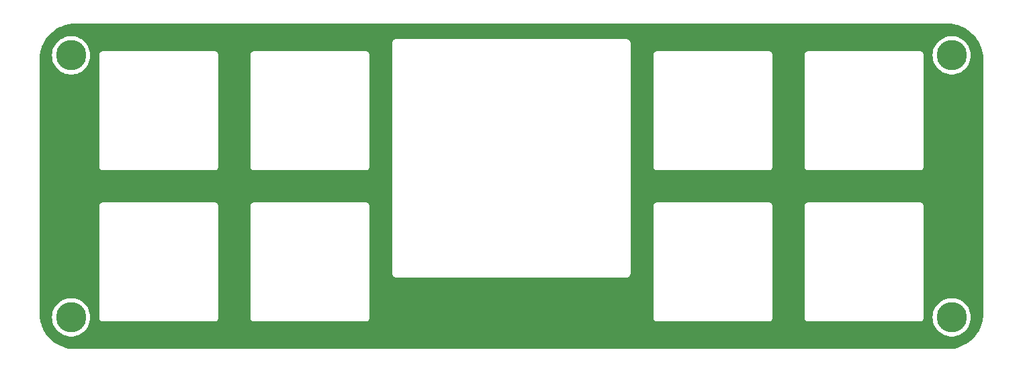
<source format=gbr>
%TF.GenerationSoftware,KiCad,Pcbnew,(6.0.4)*%
%TF.CreationDate,2022-04-30T20:49:41+02:00*%
%TF.ProjectId,switchplate,73776974-6368-4706-9c61-74652e6b6963,rev?*%
%TF.SameCoordinates,Original*%
%TF.FileFunction,Copper,L1,Top*%
%TF.FilePolarity,Positive*%
%FSLAX46Y46*%
G04 Gerber Fmt 4.6, Leading zero omitted, Abs format (unit mm)*
G04 Created by KiCad (PCBNEW (6.0.4)) date 2022-04-30 20:49:41*
%MOMM*%
%LPD*%
G01*
G04 APERTURE LIST*
%TA.AperFunction,ConnectorPad*%
%ADD10C,3.800000*%
%TD*%
%TA.AperFunction,ComponentPad*%
%ADD11C,2.600000*%
%TD*%
G04 APERTURE END LIST*
D10*
%TO.P,REF\u002A\u002A,1*%
%TO.N,N/C*%
X206010000Y-81300000D03*
D11*
X206010000Y-81300000D03*
%TD*%
D10*
%TO.P,REF\u002A\u002A,1*%
%TO.N,N/C*%
X206010000Y-114300000D03*
D11*
X206010000Y-114300000D03*
%TD*%
%TO.P,REF\u002A\u002A,1*%
%TO.N,N/C*%
X95010000Y-81310000D03*
D10*
X95010000Y-81310000D03*
%TD*%
D11*
%TO.P,REF\u002A\u002A,1*%
%TO.N,N/C*%
X95010000Y-114300000D03*
D10*
X95010000Y-114300000D03*
%TD*%
%TA.AperFunction,NonConductor*%
G36*
X205480018Y-77315000D02*
G01*
X205494851Y-77317310D01*
X205494855Y-77317310D01*
X205503724Y-77318691D01*
X205524183Y-77316016D01*
X205546007Y-77315072D01*
X205895965Y-77330352D01*
X205906913Y-77331310D01*
X206284498Y-77381019D01*
X206295307Y-77382926D01*
X206667114Y-77465353D01*
X206677731Y-77468198D01*
X207040939Y-77582718D01*
X207051254Y-77586471D01*
X207403123Y-77732220D01*
X207413067Y-77736858D01*
X207750867Y-77912705D01*
X207760387Y-77918201D01*
X208081574Y-78122820D01*
X208090578Y-78129124D01*
X208392716Y-78360962D01*
X208401137Y-78368028D01*
X208681914Y-78625314D01*
X208689686Y-78633086D01*
X208946972Y-78913863D01*
X208954038Y-78922284D01*
X209185876Y-79224422D01*
X209192180Y-79233426D01*
X209281593Y-79373776D01*
X209377737Y-79524691D01*
X209396799Y-79554613D01*
X209402294Y-79564132D01*
X209574463Y-79894864D01*
X209578138Y-79901924D01*
X209582780Y-79911877D01*
X209681823Y-80150988D01*
X209728526Y-80263739D01*
X209732285Y-80274068D01*
X209846802Y-80637268D01*
X209849647Y-80647885D01*
X209930259Y-81011501D01*
X209932073Y-81019685D01*
X209933981Y-81030502D01*
X209970256Y-81306042D01*
X209983690Y-81408086D01*
X209984648Y-81419035D01*
X209993264Y-81616360D01*
X209999603Y-81761552D01*
X209998223Y-81786429D01*
X209996309Y-81798724D01*
X209997473Y-81807626D01*
X209997473Y-81807628D01*
X210000436Y-81830283D01*
X210001500Y-81846621D01*
X210001500Y-113755633D01*
X210000000Y-113775018D01*
X209997690Y-113789851D01*
X209997690Y-113789855D01*
X209996309Y-113798724D01*
X209998984Y-113819183D01*
X209999928Y-113841007D01*
X209984648Y-114190964D01*
X209983690Y-114201913D01*
X209934243Y-114577511D01*
X209933982Y-114579490D01*
X209932074Y-114590307D01*
X209877051Y-114838502D01*
X209849647Y-114962114D01*
X209846802Y-114972732D01*
X209732285Y-115335932D01*
X209728529Y-115346254D01*
X209625439Y-115595136D01*
X209582784Y-115698114D01*
X209578142Y-115708067D01*
X209452752Y-115948940D01*
X209402295Y-116045867D01*
X209396799Y-116055387D01*
X209192180Y-116376574D01*
X209185876Y-116385578D01*
X208954038Y-116687716D01*
X208946972Y-116696137D01*
X208689686Y-116976914D01*
X208681914Y-116984686D01*
X208401137Y-117241972D01*
X208392716Y-117249038D01*
X208090578Y-117480876D01*
X208081574Y-117487180D01*
X207760387Y-117691799D01*
X207750868Y-117697294D01*
X207413067Y-117873142D01*
X207403123Y-117877780D01*
X207051254Y-118023529D01*
X207040939Y-118027282D01*
X206677732Y-118141802D01*
X206667115Y-118144647D01*
X206295307Y-118227074D01*
X206284498Y-118228981D01*
X205906914Y-118278690D01*
X205895965Y-118279648D01*
X205553446Y-118294603D01*
X205528571Y-118293223D01*
X205516276Y-118291309D01*
X205507374Y-118292473D01*
X205507372Y-118292473D01*
X205492323Y-118294441D01*
X205484714Y-118295436D01*
X205468379Y-118296500D01*
X95559367Y-118296500D01*
X95539982Y-118295000D01*
X95525149Y-118292690D01*
X95525145Y-118292690D01*
X95516276Y-118291309D01*
X95495817Y-118293984D01*
X95473993Y-118294928D01*
X95124035Y-118279648D01*
X95113086Y-118278690D01*
X94735502Y-118228981D01*
X94724693Y-118227074D01*
X94352885Y-118144647D01*
X94342268Y-118141802D01*
X93979061Y-118027282D01*
X93968746Y-118023529D01*
X93616877Y-117877780D01*
X93606933Y-117873142D01*
X93269132Y-117697294D01*
X93259613Y-117691799D01*
X92938426Y-117487180D01*
X92929422Y-117480876D01*
X92627284Y-117249038D01*
X92618863Y-117241972D01*
X92338086Y-116984686D01*
X92330314Y-116976914D01*
X92073028Y-116696137D01*
X92065962Y-116687716D01*
X91834124Y-116385578D01*
X91827820Y-116376574D01*
X91623201Y-116055387D01*
X91617705Y-116045867D01*
X91567248Y-115948940D01*
X91441858Y-115708067D01*
X91437216Y-115698114D01*
X91394562Y-115595136D01*
X91291471Y-115346254D01*
X91287715Y-115335932D01*
X91173198Y-114972732D01*
X91170353Y-114962114D01*
X91142949Y-114838502D01*
X91087926Y-114590307D01*
X91086018Y-114579490D01*
X91085758Y-114577511D01*
X91049223Y-114300000D01*
X92596738Y-114300000D01*
X92615767Y-114602462D01*
X92672555Y-114900154D01*
X92766206Y-115188381D01*
X92895242Y-115462598D01*
X93057630Y-115718480D01*
X93250808Y-115951992D01*
X93471729Y-116159450D01*
X93716910Y-116337584D01*
X93982483Y-116483585D01*
X93986152Y-116485038D01*
X93986157Y-116485040D01*
X94260591Y-116593696D01*
X94264261Y-116595149D01*
X94557800Y-116670516D01*
X94858470Y-116708500D01*
X95161530Y-116708500D01*
X95462200Y-116670516D01*
X95755739Y-116595149D01*
X95759409Y-116593696D01*
X96033843Y-116485040D01*
X96033848Y-116485038D01*
X96037517Y-116483585D01*
X96303090Y-116337584D01*
X96548271Y-116159450D01*
X96769192Y-115951992D01*
X96962370Y-115718480D01*
X97124758Y-115462598D01*
X97253794Y-115188381D01*
X97347445Y-114900154D01*
X97404233Y-114602462D01*
X97416988Y-114399721D01*
X98551024Y-114399721D01*
X98553491Y-114408352D01*
X98559150Y-114428153D01*
X98562728Y-114444915D01*
X98566920Y-114474187D01*
X98570634Y-114482355D01*
X98570634Y-114482356D01*
X98577548Y-114497562D01*
X98583996Y-114515086D01*
X98591051Y-114539771D01*
X98595843Y-114547365D01*
X98595844Y-114547368D01*
X98606830Y-114564780D01*
X98614969Y-114579863D01*
X98627208Y-114606782D01*
X98633069Y-114613584D01*
X98643970Y-114626235D01*
X98655073Y-114641239D01*
X98668776Y-114662958D01*
X98675501Y-114668897D01*
X98675504Y-114668901D01*
X98690938Y-114682532D01*
X98702982Y-114694724D01*
X98716427Y-114710327D01*
X98716430Y-114710329D01*
X98722287Y-114717127D01*
X98729816Y-114722007D01*
X98729817Y-114722008D01*
X98743835Y-114731094D01*
X98758709Y-114742385D01*
X98771217Y-114753431D01*
X98777951Y-114759378D01*
X98804711Y-114771942D01*
X98819691Y-114780263D01*
X98836983Y-114791471D01*
X98836988Y-114791473D01*
X98844515Y-114796352D01*
X98853108Y-114798922D01*
X98853113Y-114798924D01*
X98869120Y-114803711D01*
X98886564Y-114810372D01*
X98901676Y-114817467D01*
X98901678Y-114817468D01*
X98909800Y-114821281D01*
X98918667Y-114822662D01*
X98918668Y-114822662D01*
X98921353Y-114823080D01*
X98939017Y-114825830D01*
X98955732Y-114829613D01*
X98975466Y-114835515D01*
X98975472Y-114835516D01*
X98984066Y-114838086D01*
X98993037Y-114838141D01*
X98993038Y-114838141D01*
X99003097Y-114838202D01*
X99018506Y-114838296D01*
X99019289Y-114838329D01*
X99020386Y-114838500D01*
X99051377Y-114838500D01*
X99052147Y-114838502D01*
X99125785Y-114838952D01*
X99125786Y-114838952D01*
X99129721Y-114838976D01*
X99131065Y-114838592D01*
X99132410Y-114838500D01*
X113051377Y-114838500D01*
X113052148Y-114838502D01*
X113129721Y-114838976D01*
X113158152Y-114830850D01*
X113174915Y-114827272D01*
X113175753Y-114827152D01*
X113204187Y-114823080D01*
X113227564Y-114812451D01*
X113245087Y-114806004D01*
X113269771Y-114798949D01*
X113277365Y-114794157D01*
X113277368Y-114794156D01*
X113294780Y-114783170D01*
X113309865Y-114775030D01*
X113336782Y-114762792D01*
X113356235Y-114746030D01*
X113371239Y-114734927D01*
X113392958Y-114721224D01*
X113398897Y-114714499D01*
X113398901Y-114714496D01*
X113412532Y-114699062D01*
X113424724Y-114687018D01*
X113440327Y-114673573D01*
X113440329Y-114673570D01*
X113447127Y-114667713D01*
X113461094Y-114646165D01*
X113472385Y-114631291D01*
X113483431Y-114618783D01*
X113483432Y-114618782D01*
X113489378Y-114612049D01*
X113501943Y-114585287D01*
X113510263Y-114570309D01*
X113521471Y-114553017D01*
X113521473Y-114553012D01*
X113526352Y-114545485D01*
X113528922Y-114536892D01*
X113528924Y-114536887D01*
X113533711Y-114520880D01*
X113540372Y-114503436D01*
X113547467Y-114488324D01*
X113547468Y-114488322D01*
X113551281Y-114480200D01*
X113555830Y-114450983D01*
X113559613Y-114434268D01*
X113565515Y-114414534D01*
X113565516Y-114414528D01*
X113568086Y-114405934D01*
X113568124Y-114399721D01*
X117601024Y-114399721D01*
X117603491Y-114408352D01*
X117609150Y-114428153D01*
X117612728Y-114444915D01*
X117616920Y-114474187D01*
X117620634Y-114482355D01*
X117620634Y-114482356D01*
X117627548Y-114497562D01*
X117633996Y-114515086D01*
X117641051Y-114539771D01*
X117645843Y-114547365D01*
X117645844Y-114547368D01*
X117656830Y-114564780D01*
X117664969Y-114579863D01*
X117677208Y-114606782D01*
X117683069Y-114613584D01*
X117693970Y-114626235D01*
X117705073Y-114641239D01*
X117718776Y-114662958D01*
X117725501Y-114668897D01*
X117725504Y-114668901D01*
X117740938Y-114682532D01*
X117752982Y-114694724D01*
X117766427Y-114710327D01*
X117766430Y-114710329D01*
X117772287Y-114717127D01*
X117779816Y-114722007D01*
X117779817Y-114722008D01*
X117793835Y-114731094D01*
X117808709Y-114742385D01*
X117821217Y-114753431D01*
X117827951Y-114759378D01*
X117854711Y-114771942D01*
X117869691Y-114780263D01*
X117886983Y-114791471D01*
X117886988Y-114791473D01*
X117894515Y-114796352D01*
X117903108Y-114798922D01*
X117903113Y-114798924D01*
X117919120Y-114803711D01*
X117936564Y-114810372D01*
X117951676Y-114817467D01*
X117951678Y-114817468D01*
X117959800Y-114821281D01*
X117968667Y-114822662D01*
X117968668Y-114822662D01*
X117971353Y-114823080D01*
X117989017Y-114825830D01*
X118005732Y-114829613D01*
X118025466Y-114835515D01*
X118025472Y-114835516D01*
X118034066Y-114838086D01*
X118043037Y-114838141D01*
X118043038Y-114838141D01*
X118053097Y-114838202D01*
X118068506Y-114838296D01*
X118069289Y-114838329D01*
X118070386Y-114838500D01*
X118101377Y-114838500D01*
X118102147Y-114838502D01*
X118175785Y-114838952D01*
X118175786Y-114838952D01*
X118179721Y-114838976D01*
X118181065Y-114838592D01*
X118182410Y-114838500D01*
X132101377Y-114838500D01*
X132102148Y-114838502D01*
X132179721Y-114838976D01*
X132208152Y-114830850D01*
X132224915Y-114827272D01*
X132225753Y-114827152D01*
X132254187Y-114823080D01*
X132277564Y-114812451D01*
X132295087Y-114806004D01*
X132319771Y-114798949D01*
X132327365Y-114794157D01*
X132327368Y-114794156D01*
X132344780Y-114783170D01*
X132359865Y-114775030D01*
X132386782Y-114762792D01*
X132406235Y-114746030D01*
X132421239Y-114734927D01*
X132442958Y-114721224D01*
X132448897Y-114714499D01*
X132448901Y-114714496D01*
X132462532Y-114699062D01*
X132474724Y-114687018D01*
X132490327Y-114673573D01*
X132490329Y-114673570D01*
X132497127Y-114667713D01*
X132511094Y-114646165D01*
X132522385Y-114631291D01*
X132533431Y-114618783D01*
X132533432Y-114618782D01*
X132539378Y-114612049D01*
X132551943Y-114585287D01*
X132560263Y-114570309D01*
X132571471Y-114553017D01*
X132571473Y-114553012D01*
X132576352Y-114545485D01*
X132578922Y-114536892D01*
X132578924Y-114536887D01*
X132583711Y-114520880D01*
X132590372Y-114503436D01*
X132597467Y-114488324D01*
X132597468Y-114488322D01*
X132601281Y-114480200D01*
X132605830Y-114450983D01*
X132609613Y-114434268D01*
X132615515Y-114414534D01*
X132615516Y-114414528D01*
X132618086Y-114405934D01*
X132618124Y-114399721D01*
X168401024Y-114399721D01*
X168403491Y-114408352D01*
X168409150Y-114428153D01*
X168412728Y-114444915D01*
X168416920Y-114474187D01*
X168420634Y-114482355D01*
X168420634Y-114482356D01*
X168427548Y-114497562D01*
X168433996Y-114515086D01*
X168441051Y-114539771D01*
X168445843Y-114547365D01*
X168445844Y-114547368D01*
X168456830Y-114564780D01*
X168464969Y-114579863D01*
X168477208Y-114606782D01*
X168483069Y-114613584D01*
X168493970Y-114626235D01*
X168505073Y-114641239D01*
X168518776Y-114662958D01*
X168525501Y-114668897D01*
X168525504Y-114668901D01*
X168540938Y-114682532D01*
X168552982Y-114694724D01*
X168566427Y-114710327D01*
X168566430Y-114710329D01*
X168572287Y-114717127D01*
X168579816Y-114722007D01*
X168579817Y-114722008D01*
X168593835Y-114731094D01*
X168608709Y-114742385D01*
X168621217Y-114753431D01*
X168627951Y-114759378D01*
X168654711Y-114771942D01*
X168669691Y-114780263D01*
X168686983Y-114791471D01*
X168686988Y-114791473D01*
X168694515Y-114796352D01*
X168703108Y-114798922D01*
X168703113Y-114798924D01*
X168719120Y-114803711D01*
X168736564Y-114810372D01*
X168751676Y-114817467D01*
X168751678Y-114817468D01*
X168759800Y-114821281D01*
X168768667Y-114822662D01*
X168768668Y-114822662D01*
X168771353Y-114823080D01*
X168789017Y-114825830D01*
X168805732Y-114829613D01*
X168825466Y-114835515D01*
X168825472Y-114835516D01*
X168834066Y-114838086D01*
X168843037Y-114838141D01*
X168843038Y-114838141D01*
X168853097Y-114838202D01*
X168868506Y-114838296D01*
X168869289Y-114838329D01*
X168870386Y-114838500D01*
X168901377Y-114838500D01*
X168902147Y-114838502D01*
X168975785Y-114838952D01*
X168975786Y-114838952D01*
X168979721Y-114838976D01*
X168981065Y-114838592D01*
X168982410Y-114838500D01*
X182901377Y-114838500D01*
X182902148Y-114838502D01*
X182979721Y-114838976D01*
X183008152Y-114830850D01*
X183024915Y-114827272D01*
X183025753Y-114827152D01*
X183054187Y-114823080D01*
X183077564Y-114812451D01*
X183095087Y-114806004D01*
X183119771Y-114798949D01*
X183127365Y-114794157D01*
X183127368Y-114794156D01*
X183144780Y-114783170D01*
X183159865Y-114775030D01*
X183186782Y-114762792D01*
X183206235Y-114746030D01*
X183221239Y-114734927D01*
X183242958Y-114721224D01*
X183248897Y-114714499D01*
X183248901Y-114714496D01*
X183262532Y-114699062D01*
X183274724Y-114687018D01*
X183290327Y-114673573D01*
X183290329Y-114673570D01*
X183297127Y-114667713D01*
X183311094Y-114646165D01*
X183322385Y-114631291D01*
X183333431Y-114618783D01*
X183333432Y-114618782D01*
X183339378Y-114612049D01*
X183351943Y-114585287D01*
X183360263Y-114570309D01*
X183371471Y-114553017D01*
X183371473Y-114553012D01*
X183376352Y-114545485D01*
X183378922Y-114536892D01*
X183378924Y-114536887D01*
X183383711Y-114520880D01*
X183390372Y-114503436D01*
X183397467Y-114488324D01*
X183397468Y-114488322D01*
X183401281Y-114480200D01*
X183405830Y-114450983D01*
X183409613Y-114434268D01*
X183415515Y-114414534D01*
X183415516Y-114414528D01*
X183418086Y-114405934D01*
X183418124Y-114399721D01*
X187451024Y-114399721D01*
X187453491Y-114408352D01*
X187459150Y-114428153D01*
X187462728Y-114444915D01*
X187466920Y-114474187D01*
X187470634Y-114482355D01*
X187470634Y-114482356D01*
X187477548Y-114497562D01*
X187483996Y-114515086D01*
X187491051Y-114539771D01*
X187495843Y-114547365D01*
X187495844Y-114547368D01*
X187506830Y-114564780D01*
X187514969Y-114579863D01*
X187527208Y-114606782D01*
X187533069Y-114613584D01*
X187543970Y-114626235D01*
X187555073Y-114641239D01*
X187568776Y-114662958D01*
X187575501Y-114668897D01*
X187575504Y-114668901D01*
X187590938Y-114682532D01*
X187602982Y-114694724D01*
X187616427Y-114710327D01*
X187616430Y-114710329D01*
X187622287Y-114717127D01*
X187629816Y-114722007D01*
X187629817Y-114722008D01*
X187643835Y-114731094D01*
X187658709Y-114742385D01*
X187671217Y-114753431D01*
X187677951Y-114759378D01*
X187704711Y-114771942D01*
X187719691Y-114780263D01*
X187736983Y-114791471D01*
X187736988Y-114791473D01*
X187744515Y-114796352D01*
X187753108Y-114798922D01*
X187753113Y-114798924D01*
X187769120Y-114803711D01*
X187786564Y-114810372D01*
X187801676Y-114817467D01*
X187801678Y-114817468D01*
X187809800Y-114821281D01*
X187818667Y-114822662D01*
X187818668Y-114822662D01*
X187821353Y-114823080D01*
X187839017Y-114825830D01*
X187855732Y-114829613D01*
X187875466Y-114835515D01*
X187875472Y-114835516D01*
X187884066Y-114838086D01*
X187893037Y-114838141D01*
X187893038Y-114838141D01*
X187903097Y-114838202D01*
X187918506Y-114838296D01*
X187919289Y-114838329D01*
X187920386Y-114838500D01*
X187951377Y-114838500D01*
X187952147Y-114838502D01*
X188025785Y-114838952D01*
X188025786Y-114838952D01*
X188029721Y-114838976D01*
X188031065Y-114838592D01*
X188032410Y-114838500D01*
X201951377Y-114838500D01*
X201952148Y-114838502D01*
X202029721Y-114838976D01*
X202058152Y-114830850D01*
X202074915Y-114827272D01*
X202075753Y-114827152D01*
X202104187Y-114823080D01*
X202127564Y-114812451D01*
X202145087Y-114806004D01*
X202169771Y-114798949D01*
X202177365Y-114794157D01*
X202177368Y-114794156D01*
X202194780Y-114783170D01*
X202209865Y-114775030D01*
X202236782Y-114762792D01*
X202256235Y-114746030D01*
X202271239Y-114734927D01*
X202292958Y-114721224D01*
X202298897Y-114714499D01*
X202298901Y-114714496D01*
X202312532Y-114699062D01*
X202324724Y-114687018D01*
X202340327Y-114673573D01*
X202340329Y-114673570D01*
X202347127Y-114667713D01*
X202361094Y-114646165D01*
X202372385Y-114631291D01*
X202383431Y-114618783D01*
X202383432Y-114618782D01*
X202389378Y-114612049D01*
X202401943Y-114585287D01*
X202410263Y-114570309D01*
X202421471Y-114553017D01*
X202421473Y-114553012D01*
X202426352Y-114545485D01*
X202428922Y-114536892D01*
X202428924Y-114536887D01*
X202433711Y-114520880D01*
X202440372Y-114503436D01*
X202447467Y-114488324D01*
X202447468Y-114488322D01*
X202451281Y-114480200D01*
X202455830Y-114450983D01*
X202459613Y-114434268D01*
X202465515Y-114414534D01*
X202465516Y-114414528D01*
X202468086Y-114405934D01*
X202468296Y-114371494D01*
X202468329Y-114370711D01*
X202468500Y-114369614D01*
X202468500Y-114338623D01*
X202468502Y-114337853D01*
X202468733Y-114300000D01*
X203596738Y-114300000D01*
X203615767Y-114602462D01*
X203672555Y-114900154D01*
X203766206Y-115188381D01*
X203895242Y-115462598D01*
X204057630Y-115718480D01*
X204250808Y-115951992D01*
X204471729Y-116159450D01*
X204716910Y-116337584D01*
X204982483Y-116483585D01*
X204986152Y-116485038D01*
X204986157Y-116485040D01*
X205260591Y-116593696D01*
X205264261Y-116595149D01*
X205557800Y-116670516D01*
X205858470Y-116708500D01*
X206161530Y-116708500D01*
X206462200Y-116670516D01*
X206755739Y-116595149D01*
X206759409Y-116593696D01*
X207033843Y-116485040D01*
X207033848Y-116485038D01*
X207037517Y-116483585D01*
X207303090Y-116337584D01*
X207548271Y-116159450D01*
X207769192Y-115951992D01*
X207962370Y-115718480D01*
X208124758Y-115462598D01*
X208253794Y-115188381D01*
X208347445Y-114900154D01*
X208404233Y-114602462D01*
X208423262Y-114300000D01*
X208404233Y-113997538D01*
X208347445Y-113699846D01*
X208253794Y-113411619D01*
X208124758Y-113137402D01*
X207962370Y-112881520D01*
X207769192Y-112648008D01*
X207548271Y-112440550D01*
X207303090Y-112262416D01*
X207037517Y-112116415D01*
X207033848Y-112114962D01*
X207033843Y-112114960D01*
X206759409Y-112006304D01*
X206759408Y-112006304D01*
X206755739Y-112004851D01*
X206462200Y-111929484D01*
X206161530Y-111891500D01*
X205858470Y-111891500D01*
X205557800Y-111929484D01*
X205264261Y-112004851D01*
X205260592Y-112006304D01*
X205260591Y-112006304D01*
X204986157Y-112114960D01*
X204986152Y-112114962D01*
X204982483Y-112116415D01*
X204716910Y-112262416D01*
X204471729Y-112440550D01*
X204250808Y-112648008D01*
X204057630Y-112881520D01*
X203895242Y-113137402D01*
X203766206Y-113411619D01*
X203672555Y-113699846D01*
X203615767Y-113997538D01*
X203596738Y-114300000D01*
X202468733Y-114300000D01*
X202468952Y-114264215D01*
X202468952Y-114264214D01*
X202468976Y-114260279D01*
X202468592Y-114258935D01*
X202468500Y-114257590D01*
X202468500Y-100338623D01*
X202468502Y-100337853D01*
X202468800Y-100289102D01*
X202468976Y-100260279D01*
X202460850Y-100231847D01*
X202457272Y-100215085D01*
X202454352Y-100194698D01*
X202453080Y-100185813D01*
X202442451Y-100162436D01*
X202436004Y-100144913D01*
X202431416Y-100128862D01*
X202428949Y-100120229D01*
X202424156Y-100112632D01*
X202413170Y-100095220D01*
X202405030Y-100080135D01*
X202402564Y-100074711D01*
X202392792Y-100053218D01*
X202376030Y-100033765D01*
X202364927Y-100018761D01*
X202351224Y-99997042D01*
X202344499Y-99991103D01*
X202344496Y-99991099D01*
X202329062Y-99977468D01*
X202317018Y-99965276D01*
X202303573Y-99949673D01*
X202303570Y-99949671D01*
X202297713Y-99942873D01*
X202284009Y-99933990D01*
X202276165Y-99928906D01*
X202261291Y-99917615D01*
X202248783Y-99906569D01*
X202248782Y-99906568D01*
X202242049Y-99900622D01*
X202215287Y-99888057D01*
X202200309Y-99879737D01*
X202183017Y-99868529D01*
X202183012Y-99868527D01*
X202175485Y-99863648D01*
X202166892Y-99861078D01*
X202166887Y-99861076D01*
X202150880Y-99856289D01*
X202133436Y-99849628D01*
X202118324Y-99842533D01*
X202118322Y-99842532D01*
X202110200Y-99838719D01*
X202101333Y-99837338D01*
X202101332Y-99837338D01*
X202090478Y-99835648D01*
X202080983Y-99834170D01*
X202064268Y-99830387D01*
X202044534Y-99824485D01*
X202044528Y-99824484D01*
X202035934Y-99821914D01*
X202026963Y-99821859D01*
X202026962Y-99821859D01*
X202016903Y-99821798D01*
X202001494Y-99821704D01*
X202000711Y-99821671D01*
X201999614Y-99821500D01*
X201968623Y-99821500D01*
X201967853Y-99821498D01*
X201894215Y-99821048D01*
X201894214Y-99821048D01*
X201890279Y-99821024D01*
X201888935Y-99821408D01*
X201887590Y-99821500D01*
X187968623Y-99821500D01*
X187967853Y-99821498D01*
X187967037Y-99821493D01*
X187890279Y-99821024D01*
X187867918Y-99827415D01*
X187861847Y-99829150D01*
X187845085Y-99832728D01*
X187815813Y-99836920D01*
X187807645Y-99840634D01*
X187807644Y-99840634D01*
X187792438Y-99847548D01*
X187774914Y-99853996D01*
X187750229Y-99861051D01*
X187742635Y-99865843D01*
X187742632Y-99865844D01*
X187725220Y-99876830D01*
X187710137Y-99884969D01*
X187683218Y-99897208D01*
X187676416Y-99903069D01*
X187663765Y-99913970D01*
X187648761Y-99925073D01*
X187627042Y-99938776D01*
X187621103Y-99945501D01*
X187621099Y-99945504D01*
X187607468Y-99960938D01*
X187595276Y-99972982D01*
X187579673Y-99986427D01*
X187579671Y-99986430D01*
X187572873Y-99992287D01*
X187567993Y-99999816D01*
X187567992Y-99999817D01*
X187558906Y-100013835D01*
X187547615Y-100028709D01*
X187536569Y-100041217D01*
X187530622Y-100047951D01*
X187524312Y-100061391D01*
X187518058Y-100074711D01*
X187509737Y-100089691D01*
X187498529Y-100106983D01*
X187498527Y-100106988D01*
X187493648Y-100114515D01*
X187491078Y-100123108D01*
X187491076Y-100123113D01*
X187486289Y-100139120D01*
X187479628Y-100156564D01*
X187472533Y-100171676D01*
X187468719Y-100179800D01*
X187467338Y-100188667D01*
X187467338Y-100188668D01*
X187464170Y-100209015D01*
X187460387Y-100225732D01*
X187454485Y-100245466D01*
X187454484Y-100245472D01*
X187451914Y-100254066D01*
X187451859Y-100263037D01*
X187451859Y-100263038D01*
X187451704Y-100288497D01*
X187451671Y-100289289D01*
X187451500Y-100290386D01*
X187451500Y-100321377D01*
X187451498Y-100322147D01*
X187451024Y-100399721D01*
X187451408Y-100401065D01*
X187451500Y-100402410D01*
X187451500Y-114321377D01*
X187451498Y-114322147D01*
X187451024Y-114399721D01*
X183418124Y-114399721D01*
X183418296Y-114371494D01*
X183418329Y-114370711D01*
X183418500Y-114369614D01*
X183418500Y-114338623D01*
X183418502Y-114337853D01*
X183418952Y-114264215D01*
X183418952Y-114264214D01*
X183418976Y-114260279D01*
X183418592Y-114258935D01*
X183418500Y-114257590D01*
X183418500Y-100338623D01*
X183418502Y-100337853D01*
X183418800Y-100289102D01*
X183418976Y-100260279D01*
X183410850Y-100231847D01*
X183407272Y-100215085D01*
X183404352Y-100194698D01*
X183403080Y-100185813D01*
X183392451Y-100162436D01*
X183386004Y-100144913D01*
X183381416Y-100128862D01*
X183378949Y-100120229D01*
X183374156Y-100112632D01*
X183363170Y-100095220D01*
X183355030Y-100080135D01*
X183352564Y-100074711D01*
X183342792Y-100053218D01*
X183326030Y-100033765D01*
X183314927Y-100018761D01*
X183301224Y-99997042D01*
X183294499Y-99991103D01*
X183294496Y-99991099D01*
X183279062Y-99977468D01*
X183267018Y-99965276D01*
X183253573Y-99949673D01*
X183253570Y-99949671D01*
X183247713Y-99942873D01*
X183234009Y-99933990D01*
X183226165Y-99928906D01*
X183211291Y-99917615D01*
X183198783Y-99906569D01*
X183198782Y-99906568D01*
X183192049Y-99900622D01*
X183165287Y-99888057D01*
X183150309Y-99879737D01*
X183133017Y-99868529D01*
X183133012Y-99868527D01*
X183125485Y-99863648D01*
X183116892Y-99861078D01*
X183116887Y-99861076D01*
X183100880Y-99856289D01*
X183083436Y-99849628D01*
X183068324Y-99842533D01*
X183068322Y-99842532D01*
X183060200Y-99838719D01*
X183051333Y-99837338D01*
X183051332Y-99837338D01*
X183040478Y-99835648D01*
X183030983Y-99834170D01*
X183014268Y-99830387D01*
X182994534Y-99824485D01*
X182994528Y-99824484D01*
X182985934Y-99821914D01*
X182976963Y-99821859D01*
X182976962Y-99821859D01*
X182966903Y-99821798D01*
X182951494Y-99821704D01*
X182950711Y-99821671D01*
X182949614Y-99821500D01*
X182918623Y-99821500D01*
X182917853Y-99821498D01*
X182844215Y-99821048D01*
X182844214Y-99821048D01*
X182840279Y-99821024D01*
X182838935Y-99821408D01*
X182837590Y-99821500D01*
X168918623Y-99821500D01*
X168917853Y-99821498D01*
X168917037Y-99821493D01*
X168840279Y-99821024D01*
X168817918Y-99827415D01*
X168811847Y-99829150D01*
X168795085Y-99832728D01*
X168765813Y-99836920D01*
X168757645Y-99840634D01*
X168757644Y-99840634D01*
X168742438Y-99847548D01*
X168724914Y-99853996D01*
X168700229Y-99861051D01*
X168692635Y-99865843D01*
X168692632Y-99865844D01*
X168675220Y-99876830D01*
X168660137Y-99884969D01*
X168633218Y-99897208D01*
X168626416Y-99903069D01*
X168613765Y-99913970D01*
X168598761Y-99925073D01*
X168577042Y-99938776D01*
X168571103Y-99945501D01*
X168571099Y-99945504D01*
X168557468Y-99960938D01*
X168545276Y-99972982D01*
X168529673Y-99986427D01*
X168529671Y-99986430D01*
X168522873Y-99992287D01*
X168517993Y-99999816D01*
X168517992Y-99999817D01*
X168508906Y-100013835D01*
X168497615Y-100028709D01*
X168486569Y-100041217D01*
X168480622Y-100047951D01*
X168474312Y-100061391D01*
X168468058Y-100074711D01*
X168459737Y-100089691D01*
X168448529Y-100106983D01*
X168448527Y-100106988D01*
X168443648Y-100114515D01*
X168441078Y-100123108D01*
X168441076Y-100123113D01*
X168436289Y-100139120D01*
X168429628Y-100156564D01*
X168422533Y-100171676D01*
X168418719Y-100179800D01*
X168417338Y-100188667D01*
X168417338Y-100188668D01*
X168414170Y-100209015D01*
X168410387Y-100225732D01*
X168404485Y-100245466D01*
X168404484Y-100245472D01*
X168401914Y-100254066D01*
X168401859Y-100263037D01*
X168401859Y-100263038D01*
X168401704Y-100288497D01*
X168401671Y-100289289D01*
X168401500Y-100290386D01*
X168401500Y-100321377D01*
X168401498Y-100322147D01*
X168401024Y-100399721D01*
X168401408Y-100401065D01*
X168401500Y-100402410D01*
X168401500Y-114321377D01*
X168401498Y-114322147D01*
X168401024Y-114399721D01*
X132618124Y-114399721D01*
X132618296Y-114371494D01*
X132618329Y-114370711D01*
X132618500Y-114369614D01*
X132618500Y-114338623D01*
X132618502Y-114337853D01*
X132618952Y-114264215D01*
X132618952Y-114264214D01*
X132618976Y-114260279D01*
X132618592Y-114258935D01*
X132618500Y-114257590D01*
X132618500Y-108834721D01*
X135501024Y-108834721D01*
X135503491Y-108843352D01*
X135509150Y-108863153D01*
X135512728Y-108879915D01*
X135516920Y-108909187D01*
X135520634Y-108917355D01*
X135520634Y-108917356D01*
X135527548Y-108932562D01*
X135533996Y-108950086D01*
X135541051Y-108974771D01*
X135545843Y-108982365D01*
X135545844Y-108982368D01*
X135556830Y-108999780D01*
X135564969Y-109014863D01*
X135577208Y-109041782D01*
X135583069Y-109048584D01*
X135593970Y-109061235D01*
X135605073Y-109076239D01*
X135618776Y-109097958D01*
X135625501Y-109103897D01*
X135625504Y-109103901D01*
X135640938Y-109117532D01*
X135652982Y-109129724D01*
X135666427Y-109145327D01*
X135666430Y-109145329D01*
X135672287Y-109152127D01*
X135679816Y-109157007D01*
X135679817Y-109157008D01*
X135693835Y-109166094D01*
X135708709Y-109177385D01*
X135721217Y-109188431D01*
X135727951Y-109194378D01*
X135754711Y-109206942D01*
X135769691Y-109215263D01*
X135786983Y-109226471D01*
X135786988Y-109226473D01*
X135794515Y-109231352D01*
X135803108Y-109233922D01*
X135803113Y-109233924D01*
X135819120Y-109238711D01*
X135836564Y-109245372D01*
X135851676Y-109252467D01*
X135851678Y-109252468D01*
X135859800Y-109256281D01*
X135868667Y-109257662D01*
X135868668Y-109257662D01*
X135871353Y-109258080D01*
X135889017Y-109260830D01*
X135905732Y-109264613D01*
X135925466Y-109270515D01*
X135925472Y-109270516D01*
X135934066Y-109273086D01*
X135943037Y-109273141D01*
X135943038Y-109273141D01*
X135953097Y-109273202D01*
X135968506Y-109273296D01*
X135969289Y-109273329D01*
X135970386Y-109273500D01*
X136001377Y-109273500D01*
X136002147Y-109273502D01*
X136075785Y-109273952D01*
X136075786Y-109273952D01*
X136079721Y-109273976D01*
X136081065Y-109273592D01*
X136082410Y-109273500D01*
X165001377Y-109273500D01*
X165002148Y-109273502D01*
X165079721Y-109273976D01*
X165108152Y-109265850D01*
X165124915Y-109262272D01*
X165125753Y-109262152D01*
X165154187Y-109258080D01*
X165177564Y-109247451D01*
X165195087Y-109241004D01*
X165219771Y-109233949D01*
X165227365Y-109229157D01*
X165227368Y-109229156D01*
X165244780Y-109218170D01*
X165259865Y-109210030D01*
X165286782Y-109197792D01*
X165306235Y-109181030D01*
X165321239Y-109169927D01*
X165342958Y-109156224D01*
X165348897Y-109149499D01*
X165348901Y-109149496D01*
X165362532Y-109134062D01*
X165374724Y-109122018D01*
X165390327Y-109108573D01*
X165390329Y-109108570D01*
X165397127Y-109102713D01*
X165411094Y-109081165D01*
X165422385Y-109066291D01*
X165433431Y-109053783D01*
X165433432Y-109053782D01*
X165439378Y-109047049D01*
X165451943Y-109020287D01*
X165460263Y-109005309D01*
X165471471Y-108988017D01*
X165471473Y-108988012D01*
X165476352Y-108980485D01*
X165478922Y-108971892D01*
X165478924Y-108971887D01*
X165483711Y-108955880D01*
X165490372Y-108938436D01*
X165497467Y-108923324D01*
X165497468Y-108923322D01*
X165501281Y-108915200D01*
X165505830Y-108885983D01*
X165509613Y-108869268D01*
X165515515Y-108849534D01*
X165515516Y-108849528D01*
X165518086Y-108840934D01*
X165518296Y-108806494D01*
X165518329Y-108805711D01*
X165518500Y-108804614D01*
X165518500Y-108773623D01*
X165518502Y-108772853D01*
X165518952Y-108699215D01*
X165518952Y-108699214D01*
X165518976Y-108695279D01*
X165518592Y-108693935D01*
X165518500Y-108692590D01*
X165518500Y-95349721D01*
X168401024Y-95349721D01*
X168403491Y-95358352D01*
X168409150Y-95378153D01*
X168412728Y-95394915D01*
X168416920Y-95424187D01*
X168420634Y-95432355D01*
X168420634Y-95432356D01*
X168427548Y-95447562D01*
X168433996Y-95465086D01*
X168441051Y-95489771D01*
X168445843Y-95497365D01*
X168445844Y-95497368D01*
X168456830Y-95514780D01*
X168464969Y-95529863D01*
X168477208Y-95556782D01*
X168483069Y-95563584D01*
X168493970Y-95576235D01*
X168505073Y-95591239D01*
X168518776Y-95612958D01*
X168525501Y-95618897D01*
X168525504Y-95618901D01*
X168540938Y-95632532D01*
X168552982Y-95644724D01*
X168566427Y-95660327D01*
X168566430Y-95660329D01*
X168572287Y-95667127D01*
X168579816Y-95672007D01*
X168579817Y-95672008D01*
X168593835Y-95681094D01*
X168608709Y-95692385D01*
X168621217Y-95703431D01*
X168627951Y-95709378D01*
X168654711Y-95721942D01*
X168669691Y-95730263D01*
X168686983Y-95741471D01*
X168686988Y-95741473D01*
X168694515Y-95746352D01*
X168703108Y-95748922D01*
X168703113Y-95748924D01*
X168719120Y-95753711D01*
X168736564Y-95760372D01*
X168751676Y-95767467D01*
X168751678Y-95767468D01*
X168759800Y-95771281D01*
X168768667Y-95772662D01*
X168768668Y-95772662D01*
X168771353Y-95773080D01*
X168789017Y-95775830D01*
X168805732Y-95779613D01*
X168825466Y-95785515D01*
X168825472Y-95785516D01*
X168834066Y-95788086D01*
X168843037Y-95788141D01*
X168843038Y-95788141D01*
X168853097Y-95788202D01*
X168868506Y-95788296D01*
X168869289Y-95788329D01*
X168870386Y-95788500D01*
X168901377Y-95788500D01*
X168902147Y-95788502D01*
X168975785Y-95788952D01*
X168975786Y-95788952D01*
X168979721Y-95788976D01*
X168981065Y-95788592D01*
X168982410Y-95788500D01*
X182901377Y-95788500D01*
X182902148Y-95788502D01*
X182979721Y-95788976D01*
X183008152Y-95780850D01*
X183024915Y-95777272D01*
X183025753Y-95777152D01*
X183054187Y-95773080D01*
X183077564Y-95762451D01*
X183095087Y-95756004D01*
X183119771Y-95748949D01*
X183127365Y-95744157D01*
X183127368Y-95744156D01*
X183144780Y-95733170D01*
X183159865Y-95725030D01*
X183186782Y-95712792D01*
X183206235Y-95696030D01*
X183221239Y-95684927D01*
X183242958Y-95671224D01*
X183248897Y-95664499D01*
X183248901Y-95664496D01*
X183262532Y-95649062D01*
X183274724Y-95637018D01*
X183290327Y-95623573D01*
X183290329Y-95623570D01*
X183297127Y-95617713D01*
X183311094Y-95596165D01*
X183322385Y-95581291D01*
X183333431Y-95568783D01*
X183333432Y-95568782D01*
X183339378Y-95562049D01*
X183351943Y-95535287D01*
X183360263Y-95520309D01*
X183371471Y-95503017D01*
X183371473Y-95503012D01*
X183376352Y-95495485D01*
X183378922Y-95486892D01*
X183378924Y-95486887D01*
X183383711Y-95470880D01*
X183390372Y-95453436D01*
X183397467Y-95438324D01*
X183397468Y-95438322D01*
X183401281Y-95430200D01*
X183405830Y-95400983D01*
X183409613Y-95384268D01*
X183415515Y-95364534D01*
X183415516Y-95364528D01*
X183418086Y-95355934D01*
X183418124Y-95349721D01*
X187451024Y-95349721D01*
X187453491Y-95358352D01*
X187459150Y-95378153D01*
X187462728Y-95394915D01*
X187466920Y-95424187D01*
X187470634Y-95432355D01*
X187470634Y-95432356D01*
X187477548Y-95447562D01*
X187483996Y-95465086D01*
X187491051Y-95489771D01*
X187495843Y-95497365D01*
X187495844Y-95497368D01*
X187506830Y-95514780D01*
X187514969Y-95529863D01*
X187527208Y-95556782D01*
X187533069Y-95563584D01*
X187543970Y-95576235D01*
X187555073Y-95591239D01*
X187568776Y-95612958D01*
X187575501Y-95618897D01*
X187575504Y-95618901D01*
X187590938Y-95632532D01*
X187602982Y-95644724D01*
X187616427Y-95660327D01*
X187616430Y-95660329D01*
X187622287Y-95667127D01*
X187629816Y-95672007D01*
X187629817Y-95672008D01*
X187643835Y-95681094D01*
X187658709Y-95692385D01*
X187671217Y-95703431D01*
X187677951Y-95709378D01*
X187704711Y-95721942D01*
X187719691Y-95730263D01*
X187736983Y-95741471D01*
X187736988Y-95741473D01*
X187744515Y-95746352D01*
X187753108Y-95748922D01*
X187753113Y-95748924D01*
X187769120Y-95753711D01*
X187786564Y-95760372D01*
X187801676Y-95767467D01*
X187801678Y-95767468D01*
X187809800Y-95771281D01*
X187818667Y-95772662D01*
X187818668Y-95772662D01*
X187821353Y-95773080D01*
X187839017Y-95775830D01*
X187855732Y-95779613D01*
X187875466Y-95785515D01*
X187875472Y-95785516D01*
X187884066Y-95788086D01*
X187893037Y-95788141D01*
X187893038Y-95788141D01*
X187903097Y-95788202D01*
X187918506Y-95788296D01*
X187919289Y-95788329D01*
X187920386Y-95788500D01*
X187951377Y-95788500D01*
X187952147Y-95788502D01*
X188025785Y-95788952D01*
X188025786Y-95788952D01*
X188029721Y-95788976D01*
X188031065Y-95788592D01*
X188032410Y-95788500D01*
X201951377Y-95788500D01*
X201952148Y-95788502D01*
X202029721Y-95788976D01*
X202058152Y-95780850D01*
X202074915Y-95777272D01*
X202075753Y-95777152D01*
X202104187Y-95773080D01*
X202127564Y-95762451D01*
X202145087Y-95756004D01*
X202169771Y-95748949D01*
X202177365Y-95744157D01*
X202177368Y-95744156D01*
X202194780Y-95733170D01*
X202209865Y-95725030D01*
X202236782Y-95712792D01*
X202256235Y-95696030D01*
X202271239Y-95684927D01*
X202292958Y-95671224D01*
X202298897Y-95664499D01*
X202298901Y-95664496D01*
X202312532Y-95649062D01*
X202324724Y-95637018D01*
X202340327Y-95623573D01*
X202340329Y-95623570D01*
X202347127Y-95617713D01*
X202361094Y-95596165D01*
X202372385Y-95581291D01*
X202383431Y-95568783D01*
X202383432Y-95568782D01*
X202389378Y-95562049D01*
X202401943Y-95535287D01*
X202410263Y-95520309D01*
X202421471Y-95503017D01*
X202421473Y-95503012D01*
X202426352Y-95495485D01*
X202428922Y-95486892D01*
X202428924Y-95486887D01*
X202433711Y-95470880D01*
X202440372Y-95453436D01*
X202447467Y-95438324D01*
X202447468Y-95438322D01*
X202451281Y-95430200D01*
X202455830Y-95400983D01*
X202459613Y-95384268D01*
X202465515Y-95364534D01*
X202465516Y-95364528D01*
X202468086Y-95355934D01*
X202468296Y-95321494D01*
X202468329Y-95320711D01*
X202468500Y-95319614D01*
X202468500Y-95288623D01*
X202468502Y-95287853D01*
X202468952Y-95214215D01*
X202468952Y-95214214D01*
X202468976Y-95210279D01*
X202468592Y-95208935D01*
X202468500Y-95207590D01*
X202468500Y-81300000D01*
X203596738Y-81300000D01*
X203615767Y-81602462D01*
X203672555Y-81900154D01*
X203766206Y-82188381D01*
X203767893Y-82191967D01*
X203767895Y-82191971D01*
X203772601Y-82201971D01*
X203895242Y-82462598D01*
X204057630Y-82718480D01*
X204060149Y-82721525D01*
X204060152Y-82721529D01*
X204068425Y-82731529D01*
X204250808Y-82951992D01*
X204471729Y-83159450D01*
X204716910Y-83337584D01*
X204720379Y-83339491D01*
X204720382Y-83339493D01*
X204738572Y-83349493D01*
X204982483Y-83483585D01*
X204986152Y-83485038D01*
X204986157Y-83485040D01*
X205260591Y-83593696D01*
X205264261Y-83595149D01*
X205557800Y-83670516D01*
X205858470Y-83708500D01*
X206161530Y-83708500D01*
X206462200Y-83670516D01*
X206755739Y-83595149D01*
X206759409Y-83593696D01*
X207033843Y-83485040D01*
X207033848Y-83485038D01*
X207037517Y-83483585D01*
X207281428Y-83349493D01*
X207299618Y-83339493D01*
X207299621Y-83339491D01*
X207303090Y-83337584D01*
X207548271Y-83159450D01*
X207769192Y-82951992D01*
X207951575Y-82731529D01*
X207959848Y-82721529D01*
X207959851Y-82721525D01*
X207962370Y-82718480D01*
X208124758Y-82462598D01*
X208247399Y-82201971D01*
X208252105Y-82191971D01*
X208252107Y-82191967D01*
X208253794Y-82188381D01*
X208347445Y-81900154D01*
X208404233Y-81602462D01*
X208423262Y-81300000D01*
X208404233Y-80997538D01*
X208347445Y-80699846D01*
X208253794Y-80411619D01*
X208124758Y-80137402D01*
X207962370Y-79881520D01*
X207923655Y-79834721D01*
X207872473Y-79772853D01*
X207769192Y-79648008D01*
X207570766Y-79461674D01*
X207551158Y-79443261D01*
X207551157Y-79443261D01*
X207548271Y-79440550D01*
X207521951Y-79421427D01*
X207471363Y-79384673D01*
X207303090Y-79262416D01*
X207292326Y-79256498D01*
X207040986Y-79118322D01*
X207040985Y-79118321D01*
X207037517Y-79116415D01*
X207033848Y-79114962D01*
X207033843Y-79114960D01*
X206759409Y-79006304D01*
X206759408Y-79006304D01*
X206755739Y-79004851D01*
X206462200Y-78929484D01*
X206161530Y-78891500D01*
X205858470Y-78891500D01*
X205557800Y-78929484D01*
X205264261Y-79004851D01*
X205260592Y-79006304D01*
X205260591Y-79006304D01*
X204986157Y-79114960D01*
X204986152Y-79114962D01*
X204982483Y-79116415D01*
X204979015Y-79118321D01*
X204979014Y-79118322D01*
X204727675Y-79256498D01*
X204716910Y-79262416D01*
X204548637Y-79384673D01*
X204498050Y-79421427D01*
X204471729Y-79440550D01*
X204468843Y-79443261D01*
X204468842Y-79443261D01*
X204449234Y-79461674D01*
X204250808Y-79648008D01*
X204147527Y-79772853D01*
X204096346Y-79834721D01*
X204057630Y-79881520D01*
X203895242Y-80137402D01*
X203766206Y-80411619D01*
X203672555Y-80699846D01*
X203615767Y-80997538D01*
X203596738Y-81300000D01*
X202468500Y-81300000D01*
X202468500Y-81288623D01*
X202468502Y-81287853D01*
X202468800Y-81239102D01*
X202468976Y-81210279D01*
X202460850Y-81181847D01*
X202457272Y-81165085D01*
X202454352Y-81144698D01*
X202453080Y-81135813D01*
X202442451Y-81112436D01*
X202436004Y-81094913D01*
X202431416Y-81078862D01*
X202428949Y-81070229D01*
X202424156Y-81062632D01*
X202413170Y-81045220D01*
X202405030Y-81030135D01*
X202402564Y-81024711D01*
X202392792Y-81003218D01*
X202376030Y-80983765D01*
X202364927Y-80968761D01*
X202351224Y-80947042D01*
X202344499Y-80941103D01*
X202344496Y-80941099D01*
X202329062Y-80927468D01*
X202317018Y-80915276D01*
X202303573Y-80899673D01*
X202303570Y-80899671D01*
X202297713Y-80892873D01*
X202284009Y-80883990D01*
X202276165Y-80878906D01*
X202261291Y-80867615D01*
X202248783Y-80856569D01*
X202248782Y-80856568D01*
X202242049Y-80850622D01*
X202215287Y-80838057D01*
X202200309Y-80829737D01*
X202183017Y-80818529D01*
X202183012Y-80818527D01*
X202175485Y-80813648D01*
X202166892Y-80811078D01*
X202166887Y-80811076D01*
X202150880Y-80806289D01*
X202133436Y-80799628D01*
X202118324Y-80792533D01*
X202118322Y-80792532D01*
X202110200Y-80788719D01*
X202101333Y-80787338D01*
X202101332Y-80787338D01*
X202090478Y-80785648D01*
X202080983Y-80784170D01*
X202064268Y-80780387D01*
X202044534Y-80774485D01*
X202044528Y-80774484D01*
X202035934Y-80771914D01*
X202026963Y-80771859D01*
X202026962Y-80771859D01*
X202016903Y-80771798D01*
X202001494Y-80771704D01*
X202000711Y-80771671D01*
X201999614Y-80771500D01*
X201968623Y-80771500D01*
X201967853Y-80771498D01*
X201894215Y-80771048D01*
X201894214Y-80771048D01*
X201890279Y-80771024D01*
X201888935Y-80771408D01*
X201887590Y-80771500D01*
X187968623Y-80771500D01*
X187967853Y-80771498D01*
X187967037Y-80771493D01*
X187890279Y-80771024D01*
X187867918Y-80777415D01*
X187861847Y-80779150D01*
X187845085Y-80782728D01*
X187815813Y-80786920D01*
X187807645Y-80790634D01*
X187807644Y-80790634D01*
X187792438Y-80797548D01*
X187774914Y-80803996D01*
X187750229Y-80811051D01*
X187742635Y-80815843D01*
X187742632Y-80815844D01*
X187725220Y-80826830D01*
X187710137Y-80834969D01*
X187683218Y-80847208D01*
X187676416Y-80853069D01*
X187663765Y-80863970D01*
X187648761Y-80875073D01*
X187627042Y-80888776D01*
X187621103Y-80895501D01*
X187621099Y-80895504D01*
X187607468Y-80910938D01*
X187595276Y-80922982D01*
X187579673Y-80936427D01*
X187579671Y-80936430D01*
X187572873Y-80942287D01*
X187567993Y-80949816D01*
X187567992Y-80949817D01*
X187558906Y-80963835D01*
X187547615Y-80978709D01*
X187536569Y-80991217D01*
X187530622Y-80997951D01*
X187520418Y-81019685D01*
X187518058Y-81024711D01*
X187509737Y-81039691D01*
X187498529Y-81056983D01*
X187498527Y-81056988D01*
X187493648Y-81064515D01*
X187491078Y-81073108D01*
X187491076Y-81073113D01*
X187486289Y-81089120D01*
X187479628Y-81106564D01*
X187472533Y-81121676D01*
X187468719Y-81129800D01*
X187467338Y-81138667D01*
X187467338Y-81138668D01*
X187464170Y-81159015D01*
X187460387Y-81175732D01*
X187454485Y-81195466D01*
X187454484Y-81195472D01*
X187451914Y-81204066D01*
X187451859Y-81213037D01*
X187451859Y-81213038D01*
X187451704Y-81238497D01*
X187451671Y-81239289D01*
X187451500Y-81240386D01*
X187451500Y-81271377D01*
X187451498Y-81272147D01*
X187451243Y-81313958D01*
X187451024Y-81349721D01*
X187451408Y-81351065D01*
X187451500Y-81352410D01*
X187451500Y-95271377D01*
X187451498Y-95272147D01*
X187451024Y-95349721D01*
X183418124Y-95349721D01*
X183418296Y-95321494D01*
X183418329Y-95320711D01*
X183418500Y-95319614D01*
X183418500Y-95288623D01*
X183418502Y-95287853D01*
X183418952Y-95214215D01*
X183418952Y-95214214D01*
X183418976Y-95210279D01*
X183418592Y-95208935D01*
X183418500Y-95207590D01*
X183418500Y-81288623D01*
X183418502Y-81287853D01*
X183418800Y-81239102D01*
X183418976Y-81210279D01*
X183410850Y-81181847D01*
X183407272Y-81165085D01*
X183404352Y-81144698D01*
X183403080Y-81135813D01*
X183392451Y-81112436D01*
X183386004Y-81094913D01*
X183381416Y-81078862D01*
X183378949Y-81070229D01*
X183374156Y-81062632D01*
X183363170Y-81045220D01*
X183355030Y-81030135D01*
X183352564Y-81024711D01*
X183342792Y-81003218D01*
X183326030Y-80983765D01*
X183314927Y-80968761D01*
X183301224Y-80947042D01*
X183294499Y-80941103D01*
X183294496Y-80941099D01*
X183279062Y-80927468D01*
X183267018Y-80915276D01*
X183253573Y-80899673D01*
X183253570Y-80899671D01*
X183247713Y-80892873D01*
X183234009Y-80883990D01*
X183226165Y-80878906D01*
X183211291Y-80867615D01*
X183198783Y-80856569D01*
X183198782Y-80856568D01*
X183192049Y-80850622D01*
X183165287Y-80838057D01*
X183150309Y-80829737D01*
X183133017Y-80818529D01*
X183133012Y-80818527D01*
X183125485Y-80813648D01*
X183116892Y-80811078D01*
X183116887Y-80811076D01*
X183100880Y-80806289D01*
X183083436Y-80799628D01*
X183068324Y-80792533D01*
X183068322Y-80792532D01*
X183060200Y-80788719D01*
X183051333Y-80787338D01*
X183051332Y-80787338D01*
X183040478Y-80785648D01*
X183030983Y-80784170D01*
X183014268Y-80780387D01*
X182994534Y-80774485D01*
X182994528Y-80774484D01*
X182985934Y-80771914D01*
X182976963Y-80771859D01*
X182976962Y-80771859D01*
X182966903Y-80771798D01*
X182951494Y-80771704D01*
X182950711Y-80771671D01*
X182949614Y-80771500D01*
X182918623Y-80771500D01*
X182917853Y-80771498D01*
X182844215Y-80771048D01*
X182844214Y-80771048D01*
X182840279Y-80771024D01*
X182838935Y-80771408D01*
X182837590Y-80771500D01*
X168918623Y-80771500D01*
X168917853Y-80771498D01*
X168917037Y-80771493D01*
X168840279Y-80771024D01*
X168817918Y-80777415D01*
X168811847Y-80779150D01*
X168795085Y-80782728D01*
X168765813Y-80786920D01*
X168757645Y-80790634D01*
X168757644Y-80790634D01*
X168742438Y-80797548D01*
X168724914Y-80803996D01*
X168700229Y-80811051D01*
X168692635Y-80815843D01*
X168692632Y-80815844D01*
X168675220Y-80826830D01*
X168660137Y-80834969D01*
X168633218Y-80847208D01*
X168626416Y-80853069D01*
X168613765Y-80863970D01*
X168598761Y-80875073D01*
X168577042Y-80888776D01*
X168571103Y-80895501D01*
X168571099Y-80895504D01*
X168557468Y-80910938D01*
X168545276Y-80922982D01*
X168529673Y-80936427D01*
X168529671Y-80936430D01*
X168522873Y-80942287D01*
X168517993Y-80949816D01*
X168517992Y-80949817D01*
X168508906Y-80963835D01*
X168497615Y-80978709D01*
X168486569Y-80991217D01*
X168480622Y-80997951D01*
X168470418Y-81019685D01*
X168468058Y-81024711D01*
X168459737Y-81039691D01*
X168448529Y-81056983D01*
X168448527Y-81056988D01*
X168443648Y-81064515D01*
X168441078Y-81073108D01*
X168441076Y-81073113D01*
X168436289Y-81089120D01*
X168429628Y-81106564D01*
X168422533Y-81121676D01*
X168418719Y-81129800D01*
X168417338Y-81138667D01*
X168417338Y-81138668D01*
X168414170Y-81159015D01*
X168410387Y-81175732D01*
X168404485Y-81195466D01*
X168404484Y-81195472D01*
X168401914Y-81204066D01*
X168401859Y-81213037D01*
X168401859Y-81213038D01*
X168401704Y-81238497D01*
X168401671Y-81239289D01*
X168401500Y-81240386D01*
X168401500Y-81271377D01*
X168401498Y-81272147D01*
X168401243Y-81313958D01*
X168401024Y-81349721D01*
X168401408Y-81351065D01*
X168401500Y-81352410D01*
X168401500Y-95271377D01*
X168401498Y-95272147D01*
X168401024Y-95349721D01*
X165518500Y-95349721D01*
X165518500Y-79773623D01*
X165518502Y-79772853D01*
X165518800Y-79724102D01*
X165518976Y-79695279D01*
X165510850Y-79666847D01*
X165507272Y-79650085D01*
X165504352Y-79629698D01*
X165503080Y-79620813D01*
X165492451Y-79597436D01*
X165486004Y-79579913D01*
X165484348Y-79574120D01*
X165478949Y-79555229D01*
X165474156Y-79547632D01*
X165463170Y-79530220D01*
X165455030Y-79515135D01*
X165452564Y-79509711D01*
X165442792Y-79488218D01*
X165426030Y-79468765D01*
X165414927Y-79453761D01*
X165401224Y-79432042D01*
X165394499Y-79426103D01*
X165394496Y-79426099D01*
X165379062Y-79412468D01*
X165367018Y-79400276D01*
X165353573Y-79384673D01*
X165353570Y-79384671D01*
X165347713Y-79377873D01*
X165334009Y-79368990D01*
X165326165Y-79363906D01*
X165311291Y-79352615D01*
X165298783Y-79341569D01*
X165298782Y-79341568D01*
X165292049Y-79335622D01*
X165265287Y-79323057D01*
X165250309Y-79314737D01*
X165233017Y-79303529D01*
X165233012Y-79303527D01*
X165225485Y-79298648D01*
X165216892Y-79296078D01*
X165216887Y-79296076D01*
X165200880Y-79291289D01*
X165183436Y-79284628D01*
X165168324Y-79277533D01*
X165168322Y-79277532D01*
X165160200Y-79273719D01*
X165151333Y-79272338D01*
X165151332Y-79272338D01*
X165139572Y-79270507D01*
X165130983Y-79269170D01*
X165114268Y-79265387D01*
X165094534Y-79259485D01*
X165094528Y-79259484D01*
X165085934Y-79256914D01*
X165076963Y-79256859D01*
X165076962Y-79256859D01*
X165066903Y-79256798D01*
X165051494Y-79256704D01*
X165050711Y-79256671D01*
X165049614Y-79256500D01*
X165018623Y-79256500D01*
X165017853Y-79256498D01*
X164944215Y-79256048D01*
X164944214Y-79256048D01*
X164940279Y-79256024D01*
X164938935Y-79256408D01*
X164937590Y-79256500D01*
X136018623Y-79256500D01*
X136017853Y-79256498D01*
X136017037Y-79256493D01*
X135940279Y-79256024D01*
X135924594Y-79260507D01*
X135911847Y-79264150D01*
X135895085Y-79267728D01*
X135865813Y-79271920D01*
X135857645Y-79275634D01*
X135857644Y-79275634D01*
X135842438Y-79282548D01*
X135824914Y-79288996D01*
X135800229Y-79296051D01*
X135792635Y-79300843D01*
X135792632Y-79300844D01*
X135775220Y-79311830D01*
X135760137Y-79319969D01*
X135733218Y-79332208D01*
X135726416Y-79338069D01*
X135713765Y-79348970D01*
X135698761Y-79360073D01*
X135677042Y-79373776D01*
X135671103Y-79380501D01*
X135671099Y-79380504D01*
X135657468Y-79395938D01*
X135645276Y-79407982D01*
X135629673Y-79421427D01*
X135629671Y-79421430D01*
X135622873Y-79427287D01*
X135617993Y-79434816D01*
X135617992Y-79434817D01*
X135608906Y-79448835D01*
X135597615Y-79463709D01*
X135586569Y-79476217D01*
X135580622Y-79482951D01*
X135574312Y-79496391D01*
X135568058Y-79509711D01*
X135559737Y-79524691D01*
X135548529Y-79541983D01*
X135548527Y-79541988D01*
X135543648Y-79549515D01*
X135541078Y-79558108D01*
X135541076Y-79558113D01*
X135536289Y-79574120D01*
X135529628Y-79591564D01*
X135522533Y-79606676D01*
X135518719Y-79614800D01*
X135517338Y-79623667D01*
X135517338Y-79623668D01*
X135514170Y-79644015D01*
X135510387Y-79660732D01*
X135504485Y-79680466D01*
X135504484Y-79680472D01*
X135501914Y-79689066D01*
X135501859Y-79698037D01*
X135501859Y-79698038D01*
X135501704Y-79723497D01*
X135501671Y-79724289D01*
X135501500Y-79725386D01*
X135501500Y-79756377D01*
X135501498Y-79757147D01*
X135501024Y-79834721D01*
X135501408Y-79836065D01*
X135501500Y-79837410D01*
X135501500Y-108756377D01*
X135501498Y-108757147D01*
X135501024Y-108834721D01*
X132618500Y-108834721D01*
X132618500Y-100338623D01*
X132618502Y-100337853D01*
X132618800Y-100289102D01*
X132618976Y-100260279D01*
X132610850Y-100231847D01*
X132607272Y-100215085D01*
X132604352Y-100194698D01*
X132603080Y-100185813D01*
X132592451Y-100162436D01*
X132586004Y-100144913D01*
X132581416Y-100128862D01*
X132578949Y-100120229D01*
X132574156Y-100112632D01*
X132563170Y-100095220D01*
X132555030Y-100080135D01*
X132552564Y-100074711D01*
X132542792Y-100053218D01*
X132526030Y-100033765D01*
X132514927Y-100018761D01*
X132501224Y-99997042D01*
X132494499Y-99991103D01*
X132494496Y-99991099D01*
X132479062Y-99977468D01*
X132467018Y-99965276D01*
X132453573Y-99949673D01*
X132453570Y-99949671D01*
X132447713Y-99942873D01*
X132434009Y-99933990D01*
X132426165Y-99928906D01*
X132411291Y-99917615D01*
X132398783Y-99906569D01*
X132398782Y-99906568D01*
X132392049Y-99900622D01*
X132365287Y-99888057D01*
X132350309Y-99879737D01*
X132333017Y-99868529D01*
X132333012Y-99868527D01*
X132325485Y-99863648D01*
X132316892Y-99861078D01*
X132316887Y-99861076D01*
X132300880Y-99856289D01*
X132283436Y-99849628D01*
X132268324Y-99842533D01*
X132268322Y-99842532D01*
X132260200Y-99838719D01*
X132251333Y-99837338D01*
X132251332Y-99837338D01*
X132240478Y-99835648D01*
X132230983Y-99834170D01*
X132214268Y-99830387D01*
X132194534Y-99824485D01*
X132194528Y-99824484D01*
X132185934Y-99821914D01*
X132176963Y-99821859D01*
X132176962Y-99821859D01*
X132166903Y-99821798D01*
X132151494Y-99821704D01*
X132150711Y-99821671D01*
X132149614Y-99821500D01*
X132118623Y-99821500D01*
X132117853Y-99821498D01*
X132044215Y-99821048D01*
X132044214Y-99821048D01*
X132040279Y-99821024D01*
X132038935Y-99821408D01*
X132037590Y-99821500D01*
X118118623Y-99821500D01*
X118117853Y-99821498D01*
X118117037Y-99821493D01*
X118040279Y-99821024D01*
X118017918Y-99827415D01*
X118011847Y-99829150D01*
X117995085Y-99832728D01*
X117965813Y-99836920D01*
X117957645Y-99840634D01*
X117957644Y-99840634D01*
X117942438Y-99847548D01*
X117924914Y-99853996D01*
X117900229Y-99861051D01*
X117892635Y-99865843D01*
X117892632Y-99865844D01*
X117875220Y-99876830D01*
X117860137Y-99884969D01*
X117833218Y-99897208D01*
X117826416Y-99903069D01*
X117813765Y-99913970D01*
X117798761Y-99925073D01*
X117777042Y-99938776D01*
X117771103Y-99945501D01*
X117771099Y-99945504D01*
X117757468Y-99960938D01*
X117745276Y-99972982D01*
X117729673Y-99986427D01*
X117729671Y-99986430D01*
X117722873Y-99992287D01*
X117717993Y-99999816D01*
X117717992Y-99999817D01*
X117708906Y-100013835D01*
X117697615Y-100028709D01*
X117686569Y-100041217D01*
X117680622Y-100047951D01*
X117674312Y-100061391D01*
X117668058Y-100074711D01*
X117659737Y-100089691D01*
X117648529Y-100106983D01*
X117648527Y-100106988D01*
X117643648Y-100114515D01*
X117641078Y-100123108D01*
X117641076Y-100123113D01*
X117636289Y-100139120D01*
X117629628Y-100156564D01*
X117622533Y-100171676D01*
X117618719Y-100179800D01*
X117617338Y-100188667D01*
X117617338Y-100188668D01*
X117614170Y-100209015D01*
X117610387Y-100225732D01*
X117604485Y-100245466D01*
X117604484Y-100245472D01*
X117601914Y-100254066D01*
X117601859Y-100263037D01*
X117601859Y-100263038D01*
X117601704Y-100288497D01*
X117601671Y-100289289D01*
X117601500Y-100290386D01*
X117601500Y-100321377D01*
X117601498Y-100322147D01*
X117601024Y-100399721D01*
X117601408Y-100401065D01*
X117601500Y-100402410D01*
X117601500Y-114321377D01*
X117601498Y-114322147D01*
X117601024Y-114399721D01*
X113568124Y-114399721D01*
X113568296Y-114371494D01*
X113568329Y-114370711D01*
X113568500Y-114369614D01*
X113568500Y-114338623D01*
X113568502Y-114337853D01*
X113568952Y-114264215D01*
X113568952Y-114264214D01*
X113568976Y-114260279D01*
X113568592Y-114258935D01*
X113568500Y-114257590D01*
X113568500Y-100338623D01*
X113568502Y-100337853D01*
X113568800Y-100289102D01*
X113568976Y-100260279D01*
X113560850Y-100231847D01*
X113557272Y-100215085D01*
X113554352Y-100194698D01*
X113553080Y-100185813D01*
X113542451Y-100162436D01*
X113536004Y-100144913D01*
X113531416Y-100128862D01*
X113528949Y-100120229D01*
X113524156Y-100112632D01*
X113513170Y-100095220D01*
X113505030Y-100080135D01*
X113502564Y-100074711D01*
X113492792Y-100053218D01*
X113476030Y-100033765D01*
X113464927Y-100018761D01*
X113451224Y-99997042D01*
X113444499Y-99991103D01*
X113444496Y-99991099D01*
X113429062Y-99977468D01*
X113417018Y-99965276D01*
X113403573Y-99949673D01*
X113403570Y-99949671D01*
X113397713Y-99942873D01*
X113384009Y-99933990D01*
X113376165Y-99928906D01*
X113361291Y-99917615D01*
X113348783Y-99906569D01*
X113348782Y-99906568D01*
X113342049Y-99900622D01*
X113315287Y-99888057D01*
X113300309Y-99879737D01*
X113283017Y-99868529D01*
X113283012Y-99868527D01*
X113275485Y-99863648D01*
X113266892Y-99861078D01*
X113266887Y-99861076D01*
X113250880Y-99856289D01*
X113233436Y-99849628D01*
X113218324Y-99842533D01*
X113218322Y-99842532D01*
X113210200Y-99838719D01*
X113201333Y-99837338D01*
X113201332Y-99837338D01*
X113190478Y-99835648D01*
X113180983Y-99834170D01*
X113164268Y-99830387D01*
X113144534Y-99824485D01*
X113144528Y-99824484D01*
X113135934Y-99821914D01*
X113126963Y-99821859D01*
X113126962Y-99821859D01*
X113116903Y-99821798D01*
X113101494Y-99821704D01*
X113100711Y-99821671D01*
X113099614Y-99821500D01*
X113068623Y-99821500D01*
X113067853Y-99821498D01*
X112994215Y-99821048D01*
X112994214Y-99821048D01*
X112990279Y-99821024D01*
X112988935Y-99821408D01*
X112987590Y-99821500D01*
X99068623Y-99821500D01*
X99067853Y-99821498D01*
X99067037Y-99821493D01*
X98990279Y-99821024D01*
X98967918Y-99827415D01*
X98961847Y-99829150D01*
X98945085Y-99832728D01*
X98915813Y-99836920D01*
X98907645Y-99840634D01*
X98907644Y-99840634D01*
X98892438Y-99847548D01*
X98874914Y-99853996D01*
X98850229Y-99861051D01*
X98842635Y-99865843D01*
X98842632Y-99865844D01*
X98825220Y-99876830D01*
X98810137Y-99884969D01*
X98783218Y-99897208D01*
X98776416Y-99903069D01*
X98763765Y-99913970D01*
X98748761Y-99925073D01*
X98727042Y-99938776D01*
X98721103Y-99945501D01*
X98721099Y-99945504D01*
X98707468Y-99960938D01*
X98695276Y-99972982D01*
X98679673Y-99986427D01*
X98679671Y-99986430D01*
X98672873Y-99992287D01*
X98667993Y-99999816D01*
X98667992Y-99999817D01*
X98658906Y-100013835D01*
X98647615Y-100028709D01*
X98636569Y-100041217D01*
X98630622Y-100047951D01*
X98624312Y-100061391D01*
X98618058Y-100074711D01*
X98609737Y-100089691D01*
X98598529Y-100106983D01*
X98598527Y-100106988D01*
X98593648Y-100114515D01*
X98591078Y-100123108D01*
X98591076Y-100123113D01*
X98586289Y-100139120D01*
X98579628Y-100156564D01*
X98572533Y-100171676D01*
X98568719Y-100179800D01*
X98567338Y-100188667D01*
X98567338Y-100188668D01*
X98564170Y-100209015D01*
X98560387Y-100225732D01*
X98554485Y-100245466D01*
X98554484Y-100245472D01*
X98551914Y-100254066D01*
X98551859Y-100263037D01*
X98551859Y-100263038D01*
X98551704Y-100288497D01*
X98551671Y-100289289D01*
X98551500Y-100290386D01*
X98551500Y-100321377D01*
X98551498Y-100322147D01*
X98551024Y-100399721D01*
X98551408Y-100401065D01*
X98551500Y-100402410D01*
X98551500Y-114321377D01*
X98551498Y-114322147D01*
X98551024Y-114399721D01*
X97416988Y-114399721D01*
X97423262Y-114300000D01*
X97404233Y-113997538D01*
X97347445Y-113699846D01*
X97253794Y-113411619D01*
X97124758Y-113137402D01*
X96962370Y-112881520D01*
X96769192Y-112648008D01*
X96548271Y-112440550D01*
X96303090Y-112262416D01*
X96037517Y-112116415D01*
X96033848Y-112114962D01*
X96033843Y-112114960D01*
X95759409Y-112006304D01*
X95759408Y-112006304D01*
X95755739Y-112004851D01*
X95462200Y-111929484D01*
X95161530Y-111891500D01*
X94858470Y-111891500D01*
X94557800Y-111929484D01*
X94264261Y-112004851D01*
X94260592Y-112006304D01*
X94260591Y-112006304D01*
X93986157Y-112114960D01*
X93986152Y-112114962D01*
X93982483Y-112116415D01*
X93716910Y-112262416D01*
X93471729Y-112440550D01*
X93250808Y-112648008D01*
X93057630Y-112881520D01*
X92895242Y-113137402D01*
X92766206Y-113411619D01*
X92672555Y-113699846D01*
X92615767Y-113997538D01*
X92596738Y-114300000D01*
X91049223Y-114300000D01*
X91036310Y-114201913D01*
X91035352Y-114190964D01*
X91027080Y-114001501D01*
X91020561Y-113852206D01*
X91022188Y-113825805D01*
X91022769Y-113822352D01*
X91022770Y-113822345D01*
X91023576Y-113817552D01*
X91023729Y-113805000D01*
X91019773Y-113777376D01*
X91018500Y-113759514D01*
X91018500Y-95349721D01*
X98551024Y-95349721D01*
X98553491Y-95358352D01*
X98559150Y-95378153D01*
X98562728Y-95394915D01*
X98566920Y-95424187D01*
X98570634Y-95432355D01*
X98570634Y-95432356D01*
X98577548Y-95447562D01*
X98583996Y-95465086D01*
X98591051Y-95489771D01*
X98595843Y-95497365D01*
X98595844Y-95497368D01*
X98606830Y-95514780D01*
X98614969Y-95529863D01*
X98627208Y-95556782D01*
X98633069Y-95563584D01*
X98643970Y-95576235D01*
X98655073Y-95591239D01*
X98668776Y-95612958D01*
X98675501Y-95618897D01*
X98675504Y-95618901D01*
X98690938Y-95632532D01*
X98702982Y-95644724D01*
X98716427Y-95660327D01*
X98716430Y-95660329D01*
X98722287Y-95667127D01*
X98729816Y-95672007D01*
X98729817Y-95672008D01*
X98743835Y-95681094D01*
X98758709Y-95692385D01*
X98771217Y-95703431D01*
X98777951Y-95709378D01*
X98804711Y-95721942D01*
X98819691Y-95730263D01*
X98836983Y-95741471D01*
X98836988Y-95741473D01*
X98844515Y-95746352D01*
X98853108Y-95748922D01*
X98853113Y-95748924D01*
X98869120Y-95753711D01*
X98886564Y-95760372D01*
X98901676Y-95767467D01*
X98901678Y-95767468D01*
X98909800Y-95771281D01*
X98918667Y-95772662D01*
X98918668Y-95772662D01*
X98921353Y-95773080D01*
X98939017Y-95775830D01*
X98955732Y-95779613D01*
X98975466Y-95785515D01*
X98975472Y-95785516D01*
X98984066Y-95788086D01*
X98993037Y-95788141D01*
X98993038Y-95788141D01*
X99003097Y-95788202D01*
X99018506Y-95788296D01*
X99019289Y-95788329D01*
X99020386Y-95788500D01*
X99051377Y-95788500D01*
X99052147Y-95788502D01*
X99125785Y-95788952D01*
X99125786Y-95788952D01*
X99129721Y-95788976D01*
X99131065Y-95788592D01*
X99132410Y-95788500D01*
X113051377Y-95788500D01*
X113052148Y-95788502D01*
X113129721Y-95788976D01*
X113158152Y-95780850D01*
X113174915Y-95777272D01*
X113175753Y-95777152D01*
X113204187Y-95773080D01*
X113227564Y-95762451D01*
X113245087Y-95756004D01*
X113269771Y-95748949D01*
X113277365Y-95744157D01*
X113277368Y-95744156D01*
X113294780Y-95733170D01*
X113309865Y-95725030D01*
X113336782Y-95712792D01*
X113356235Y-95696030D01*
X113371239Y-95684927D01*
X113392958Y-95671224D01*
X113398897Y-95664499D01*
X113398901Y-95664496D01*
X113412532Y-95649062D01*
X113424724Y-95637018D01*
X113440327Y-95623573D01*
X113440329Y-95623570D01*
X113447127Y-95617713D01*
X113461094Y-95596165D01*
X113472385Y-95581291D01*
X113483431Y-95568783D01*
X113483432Y-95568782D01*
X113489378Y-95562049D01*
X113501943Y-95535287D01*
X113510263Y-95520309D01*
X113521471Y-95503017D01*
X113521473Y-95503012D01*
X113526352Y-95495485D01*
X113528922Y-95486892D01*
X113528924Y-95486887D01*
X113533711Y-95470880D01*
X113540372Y-95453436D01*
X113547467Y-95438324D01*
X113547468Y-95438322D01*
X113551281Y-95430200D01*
X113555830Y-95400983D01*
X113559613Y-95384268D01*
X113565515Y-95364534D01*
X113565516Y-95364528D01*
X113568086Y-95355934D01*
X113568124Y-95349721D01*
X117601024Y-95349721D01*
X117603491Y-95358352D01*
X117609150Y-95378153D01*
X117612728Y-95394915D01*
X117616920Y-95424187D01*
X117620634Y-95432355D01*
X117620634Y-95432356D01*
X117627548Y-95447562D01*
X117633996Y-95465086D01*
X117641051Y-95489771D01*
X117645843Y-95497365D01*
X117645844Y-95497368D01*
X117656830Y-95514780D01*
X117664969Y-95529863D01*
X117677208Y-95556782D01*
X117683069Y-95563584D01*
X117693970Y-95576235D01*
X117705073Y-95591239D01*
X117718776Y-95612958D01*
X117725501Y-95618897D01*
X117725504Y-95618901D01*
X117740938Y-95632532D01*
X117752982Y-95644724D01*
X117766427Y-95660327D01*
X117766430Y-95660329D01*
X117772287Y-95667127D01*
X117779816Y-95672007D01*
X117779817Y-95672008D01*
X117793835Y-95681094D01*
X117808709Y-95692385D01*
X117821217Y-95703431D01*
X117827951Y-95709378D01*
X117854711Y-95721942D01*
X117869691Y-95730263D01*
X117886983Y-95741471D01*
X117886988Y-95741473D01*
X117894515Y-95746352D01*
X117903108Y-95748922D01*
X117903113Y-95748924D01*
X117919120Y-95753711D01*
X117936564Y-95760372D01*
X117951676Y-95767467D01*
X117951678Y-95767468D01*
X117959800Y-95771281D01*
X117968667Y-95772662D01*
X117968668Y-95772662D01*
X117971353Y-95773080D01*
X117989017Y-95775830D01*
X118005732Y-95779613D01*
X118025466Y-95785515D01*
X118025472Y-95785516D01*
X118034066Y-95788086D01*
X118043037Y-95788141D01*
X118043038Y-95788141D01*
X118053097Y-95788202D01*
X118068506Y-95788296D01*
X118069289Y-95788329D01*
X118070386Y-95788500D01*
X118101377Y-95788500D01*
X118102147Y-95788502D01*
X118175785Y-95788952D01*
X118175786Y-95788952D01*
X118179721Y-95788976D01*
X118181065Y-95788592D01*
X118182410Y-95788500D01*
X132101377Y-95788500D01*
X132102148Y-95788502D01*
X132179721Y-95788976D01*
X132208152Y-95780850D01*
X132224915Y-95777272D01*
X132225753Y-95777152D01*
X132254187Y-95773080D01*
X132277564Y-95762451D01*
X132295087Y-95756004D01*
X132319771Y-95748949D01*
X132327365Y-95744157D01*
X132327368Y-95744156D01*
X132344780Y-95733170D01*
X132359865Y-95725030D01*
X132386782Y-95712792D01*
X132406235Y-95696030D01*
X132421239Y-95684927D01*
X132442958Y-95671224D01*
X132448897Y-95664499D01*
X132448901Y-95664496D01*
X132462532Y-95649062D01*
X132474724Y-95637018D01*
X132490327Y-95623573D01*
X132490329Y-95623570D01*
X132497127Y-95617713D01*
X132511094Y-95596165D01*
X132522385Y-95581291D01*
X132533431Y-95568783D01*
X132533432Y-95568782D01*
X132539378Y-95562049D01*
X132551943Y-95535287D01*
X132560263Y-95520309D01*
X132571471Y-95503017D01*
X132571473Y-95503012D01*
X132576352Y-95495485D01*
X132578922Y-95486892D01*
X132578924Y-95486887D01*
X132583711Y-95470880D01*
X132590372Y-95453436D01*
X132597467Y-95438324D01*
X132597468Y-95438322D01*
X132601281Y-95430200D01*
X132605830Y-95400983D01*
X132609613Y-95384268D01*
X132615515Y-95364534D01*
X132615516Y-95364528D01*
X132618086Y-95355934D01*
X132618296Y-95321494D01*
X132618329Y-95320711D01*
X132618500Y-95319614D01*
X132618500Y-95288623D01*
X132618502Y-95287853D01*
X132618952Y-95214215D01*
X132618952Y-95214214D01*
X132618976Y-95210279D01*
X132618592Y-95208935D01*
X132618500Y-95207590D01*
X132618500Y-81288623D01*
X132618502Y-81287853D01*
X132618800Y-81239102D01*
X132618976Y-81210279D01*
X132610850Y-81181847D01*
X132607272Y-81165085D01*
X132604352Y-81144698D01*
X132603080Y-81135813D01*
X132592451Y-81112436D01*
X132586004Y-81094913D01*
X132581416Y-81078862D01*
X132578949Y-81070229D01*
X132574156Y-81062632D01*
X132563170Y-81045220D01*
X132555030Y-81030135D01*
X132552564Y-81024711D01*
X132542792Y-81003218D01*
X132526030Y-80983765D01*
X132514927Y-80968761D01*
X132501224Y-80947042D01*
X132494499Y-80941103D01*
X132494496Y-80941099D01*
X132479062Y-80927468D01*
X132467018Y-80915276D01*
X132453573Y-80899673D01*
X132453570Y-80899671D01*
X132447713Y-80892873D01*
X132434009Y-80883990D01*
X132426165Y-80878906D01*
X132411291Y-80867615D01*
X132398783Y-80856569D01*
X132398782Y-80856568D01*
X132392049Y-80850622D01*
X132365287Y-80838057D01*
X132350309Y-80829737D01*
X132333017Y-80818529D01*
X132333012Y-80818527D01*
X132325485Y-80813648D01*
X132316892Y-80811078D01*
X132316887Y-80811076D01*
X132300880Y-80806289D01*
X132283436Y-80799628D01*
X132268324Y-80792533D01*
X132268322Y-80792532D01*
X132260200Y-80788719D01*
X132251333Y-80787338D01*
X132251332Y-80787338D01*
X132240478Y-80785648D01*
X132230983Y-80784170D01*
X132214268Y-80780387D01*
X132194534Y-80774485D01*
X132194528Y-80774484D01*
X132185934Y-80771914D01*
X132176963Y-80771859D01*
X132176962Y-80771859D01*
X132166903Y-80771798D01*
X132151494Y-80771704D01*
X132150711Y-80771671D01*
X132149614Y-80771500D01*
X132118623Y-80771500D01*
X132117853Y-80771498D01*
X132044215Y-80771048D01*
X132044214Y-80771048D01*
X132040279Y-80771024D01*
X132038935Y-80771408D01*
X132037590Y-80771500D01*
X118118623Y-80771500D01*
X118117853Y-80771498D01*
X118117037Y-80771493D01*
X118040279Y-80771024D01*
X118017918Y-80777415D01*
X118011847Y-80779150D01*
X117995085Y-80782728D01*
X117965813Y-80786920D01*
X117957645Y-80790634D01*
X117957644Y-80790634D01*
X117942438Y-80797548D01*
X117924914Y-80803996D01*
X117900229Y-80811051D01*
X117892635Y-80815843D01*
X117892632Y-80815844D01*
X117875220Y-80826830D01*
X117860137Y-80834969D01*
X117833218Y-80847208D01*
X117826416Y-80853069D01*
X117813765Y-80863970D01*
X117798761Y-80875073D01*
X117777042Y-80888776D01*
X117771103Y-80895501D01*
X117771099Y-80895504D01*
X117757468Y-80910938D01*
X117745276Y-80922982D01*
X117729673Y-80936427D01*
X117729671Y-80936430D01*
X117722873Y-80942287D01*
X117717993Y-80949816D01*
X117717992Y-80949817D01*
X117708906Y-80963835D01*
X117697615Y-80978709D01*
X117686569Y-80991217D01*
X117680622Y-80997951D01*
X117670418Y-81019685D01*
X117668058Y-81024711D01*
X117659737Y-81039691D01*
X117648529Y-81056983D01*
X117648527Y-81056988D01*
X117643648Y-81064515D01*
X117641078Y-81073108D01*
X117641076Y-81073113D01*
X117636289Y-81089120D01*
X117629628Y-81106564D01*
X117622533Y-81121676D01*
X117618719Y-81129800D01*
X117617338Y-81138667D01*
X117617338Y-81138668D01*
X117614170Y-81159015D01*
X117610387Y-81175732D01*
X117604485Y-81195466D01*
X117604484Y-81195472D01*
X117601914Y-81204066D01*
X117601859Y-81213037D01*
X117601859Y-81213038D01*
X117601704Y-81238497D01*
X117601671Y-81239289D01*
X117601500Y-81240386D01*
X117601500Y-81271377D01*
X117601498Y-81272147D01*
X117601243Y-81313958D01*
X117601024Y-81349721D01*
X117601408Y-81351065D01*
X117601500Y-81352410D01*
X117601500Y-95271377D01*
X117601498Y-95272147D01*
X117601024Y-95349721D01*
X113568124Y-95349721D01*
X113568296Y-95321494D01*
X113568329Y-95320711D01*
X113568500Y-95319614D01*
X113568500Y-95288623D01*
X113568502Y-95287853D01*
X113568952Y-95214215D01*
X113568952Y-95214214D01*
X113568976Y-95210279D01*
X113568592Y-95208935D01*
X113568500Y-95207590D01*
X113568500Y-81288623D01*
X113568502Y-81287853D01*
X113568800Y-81239102D01*
X113568976Y-81210279D01*
X113560850Y-81181847D01*
X113557272Y-81165085D01*
X113554352Y-81144698D01*
X113553080Y-81135813D01*
X113542451Y-81112436D01*
X113536004Y-81094913D01*
X113531416Y-81078862D01*
X113528949Y-81070229D01*
X113524156Y-81062632D01*
X113513170Y-81045220D01*
X113505030Y-81030135D01*
X113502564Y-81024711D01*
X113492792Y-81003218D01*
X113476030Y-80983765D01*
X113464927Y-80968761D01*
X113451224Y-80947042D01*
X113444499Y-80941103D01*
X113444496Y-80941099D01*
X113429062Y-80927468D01*
X113417018Y-80915276D01*
X113403573Y-80899673D01*
X113403570Y-80899671D01*
X113397713Y-80892873D01*
X113384009Y-80883990D01*
X113376165Y-80878906D01*
X113361291Y-80867615D01*
X113348783Y-80856569D01*
X113348782Y-80856568D01*
X113342049Y-80850622D01*
X113315287Y-80838057D01*
X113300309Y-80829737D01*
X113283017Y-80818529D01*
X113283012Y-80818527D01*
X113275485Y-80813648D01*
X113266892Y-80811078D01*
X113266887Y-80811076D01*
X113250880Y-80806289D01*
X113233436Y-80799628D01*
X113218324Y-80792533D01*
X113218322Y-80792532D01*
X113210200Y-80788719D01*
X113201333Y-80787338D01*
X113201332Y-80787338D01*
X113190478Y-80785648D01*
X113180983Y-80784170D01*
X113164268Y-80780387D01*
X113144534Y-80774485D01*
X113144528Y-80774484D01*
X113135934Y-80771914D01*
X113126963Y-80771859D01*
X113126962Y-80771859D01*
X113116903Y-80771798D01*
X113101494Y-80771704D01*
X113100711Y-80771671D01*
X113099614Y-80771500D01*
X113068623Y-80771500D01*
X113067853Y-80771498D01*
X112994215Y-80771048D01*
X112994214Y-80771048D01*
X112990279Y-80771024D01*
X112988935Y-80771408D01*
X112987590Y-80771500D01*
X99068623Y-80771500D01*
X99067853Y-80771498D01*
X99067037Y-80771493D01*
X98990279Y-80771024D01*
X98967918Y-80777415D01*
X98961847Y-80779150D01*
X98945085Y-80782728D01*
X98915813Y-80786920D01*
X98907645Y-80790634D01*
X98907644Y-80790634D01*
X98892438Y-80797548D01*
X98874914Y-80803996D01*
X98850229Y-80811051D01*
X98842635Y-80815843D01*
X98842632Y-80815844D01*
X98825220Y-80826830D01*
X98810137Y-80834969D01*
X98783218Y-80847208D01*
X98776416Y-80853069D01*
X98763765Y-80863970D01*
X98748761Y-80875073D01*
X98727042Y-80888776D01*
X98721103Y-80895501D01*
X98721099Y-80895504D01*
X98707468Y-80910938D01*
X98695276Y-80922982D01*
X98679673Y-80936427D01*
X98679671Y-80936430D01*
X98672873Y-80942287D01*
X98667993Y-80949816D01*
X98667992Y-80949817D01*
X98658906Y-80963835D01*
X98647615Y-80978709D01*
X98636569Y-80991217D01*
X98630622Y-80997951D01*
X98620418Y-81019685D01*
X98618058Y-81024711D01*
X98609737Y-81039691D01*
X98598529Y-81056983D01*
X98598527Y-81056988D01*
X98593648Y-81064515D01*
X98591078Y-81073108D01*
X98591076Y-81073113D01*
X98586289Y-81089120D01*
X98579628Y-81106564D01*
X98572533Y-81121676D01*
X98568719Y-81129800D01*
X98567338Y-81138667D01*
X98567338Y-81138668D01*
X98564170Y-81159015D01*
X98560387Y-81175732D01*
X98554485Y-81195466D01*
X98554484Y-81195472D01*
X98551914Y-81204066D01*
X98551859Y-81213037D01*
X98551859Y-81213038D01*
X98551704Y-81238497D01*
X98551671Y-81239289D01*
X98551500Y-81240386D01*
X98551500Y-81271377D01*
X98551498Y-81272147D01*
X98551243Y-81313958D01*
X98551024Y-81349721D01*
X98551408Y-81351065D01*
X98551500Y-81352410D01*
X98551500Y-95271377D01*
X98551498Y-95272147D01*
X98551024Y-95349721D01*
X91018500Y-95349721D01*
X91018500Y-81858250D01*
X91020246Y-81837345D01*
X91022770Y-81822344D01*
X91022770Y-81822341D01*
X91023576Y-81817552D01*
X91023729Y-81805000D01*
X91023039Y-81800184D01*
X91023039Y-81800178D01*
X91021387Y-81788644D01*
X91020234Y-81765284D01*
X91026737Y-81616360D01*
X91035352Y-81419035D01*
X91036310Y-81408086D01*
X91049223Y-81310000D01*
X92596738Y-81310000D01*
X92615767Y-81612462D01*
X92672555Y-81910154D01*
X92766206Y-82198381D01*
X92895242Y-82472598D01*
X93057630Y-82728480D01*
X93250808Y-82961992D01*
X93471729Y-83169450D01*
X93716910Y-83347584D01*
X93982483Y-83493585D01*
X93986152Y-83495038D01*
X93986157Y-83495040D01*
X94260591Y-83603696D01*
X94264261Y-83605149D01*
X94557800Y-83680516D01*
X94858470Y-83718500D01*
X95161530Y-83718500D01*
X95462200Y-83680516D01*
X95755739Y-83605149D01*
X95759409Y-83603696D01*
X96033843Y-83495040D01*
X96033848Y-83495038D01*
X96037517Y-83493585D01*
X96303090Y-83347584D01*
X96548271Y-83169450D01*
X96769192Y-82961992D01*
X96962370Y-82728480D01*
X97124758Y-82472598D01*
X97253794Y-82198381D01*
X97347445Y-81910154D01*
X97404233Y-81612462D01*
X97423262Y-81310000D01*
X97404233Y-81007538D01*
X97347445Y-80709846D01*
X97253794Y-80421619D01*
X97249089Y-80411619D01*
X97126445Y-80150988D01*
X97124758Y-80147402D01*
X96962370Y-79891520D01*
X96954098Y-79881520D01*
X96864837Y-79773623D01*
X96769192Y-79658008D01*
X96591429Y-79491078D01*
X96551158Y-79453261D01*
X96551157Y-79453261D01*
X96548271Y-79450550D01*
X96533240Y-79439629D01*
X96422007Y-79358814D01*
X96303090Y-79272416D01*
X96292348Y-79266510D01*
X96040986Y-79128322D01*
X96040985Y-79128321D01*
X96037517Y-79126415D01*
X96033848Y-79124962D01*
X96033843Y-79124960D01*
X95759409Y-79016304D01*
X95759408Y-79016304D01*
X95755739Y-79014851D01*
X95462200Y-78939484D01*
X95161530Y-78901500D01*
X94858470Y-78901500D01*
X94557800Y-78939484D01*
X94264261Y-79014851D01*
X94260592Y-79016304D01*
X94260591Y-79016304D01*
X93986157Y-79124960D01*
X93986152Y-79124962D01*
X93982483Y-79126415D01*
X93979015Y-79128321D01*
X93979014Y-79128322D01*
X93727653Y-79266510D01*
X93716910Y-79272416D01*
X93597993Y-79358814D01*
X93486761Y-79439629D01*
X93471729Y-79450550D01*
X93468843Y-79453261D01*
X93468842Y-79453261D01*
X93428571Y-79491078D01*
X93250808Y-79658008D01*
X93155163Y-79773623D01*
X93065903Y-79881520D01*
X93057630Y-79891520D01*
X92895242Y-80147402D01*
X92893555Y-80150988D01*
X92770912Y-80411619D01*
X92766206Y-80421619D01*
X92672555Y-80709846D01*
X92615767Y-81007538D01*
X92596738Y-81310000D01*
X91049223Y-81310000D01*
X91049744Y-81306042D01*
X91086019Y-81030502D01*
X91087927Y-81019685D01*
X91089742Y-81011501D01*
X91170353Y-80647885D01*
X91173198Y-80637268D01*
X91287715Y-80274068D01*
X91291474Y-80263739D01*
X91338177Y-80150988D01*
X91437220Y-79911877D01*
X91441862Y-79901924D01*
X91445538Y-79894864D01*
X91617706Y-79564132D01*
X91623201Y-79554613D01*
X91642264Y-79524691D01*
X91738407Y-79373776D01*
X91827820Y-79233426D01*
X91834124Y-79224422D01*
X92065962Y-78922284D01*
X92073028Y-78913863D01*
X92330314Y-78633086D01*
X92338086Y-78625314D01*
X92618863Y-78368028D01*
X92627284Y-78360962D01*
X92929422Y-78129124D01*
X92938426Y-78122820D01*
X93259613Y-77918201D01*
X93269133Y-77912705D01*
X93606933Y-77736858D01*
X93616877Y-77732220D01*
X93968746Y-77586471D01*
X93979061Y-77582718D01*
X94342269Y-77468198D01*
X94352886Y-77465353D01*
X94724693Y-77382926D01*
X94735502Y-77381019D01*
X95113087Y-77331310D01*
X95124035Y-77330352D01*
X95466554Y-77315397D01*
X95491429Y-77316777D01*
X95503724Y-77318691D01*
X95512626Y-77317527D01*
X95512628Y-77317527D01*
X95531399Y-77315072D01*
X95535286Y-77314564D01*
X95551621Y-77313500D01*
X205460633Y-77313500D01*
X205480018Y-77315000D01*
G37*
%TD.AperFunction*%
M02*

</source>
